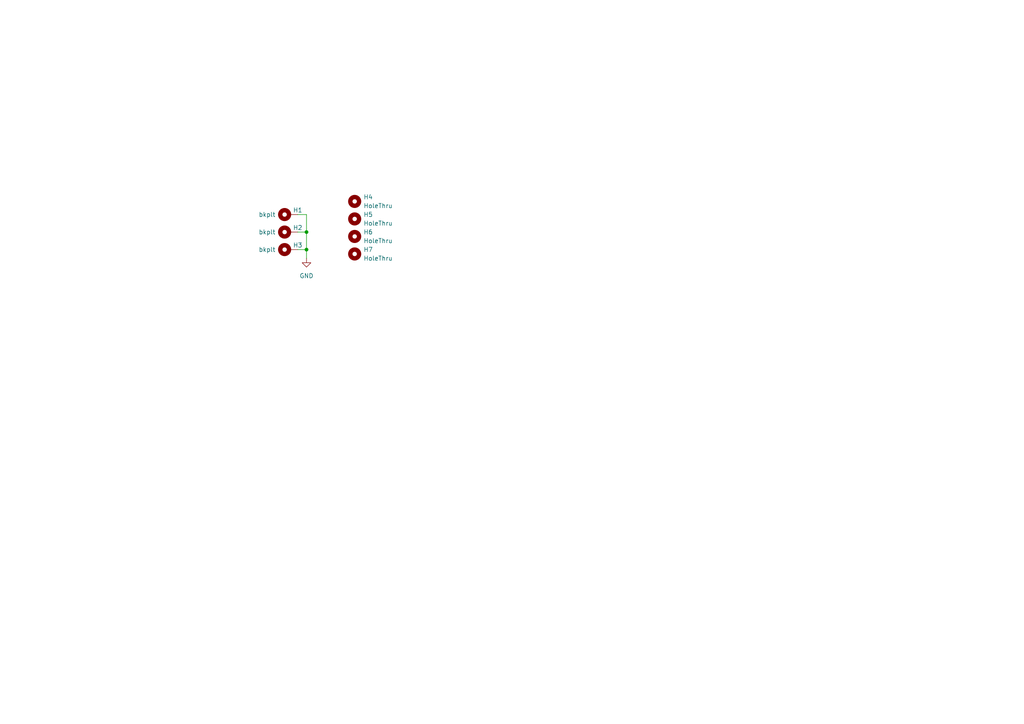
<source format=kicad_sch>
(kicad_sch (version 20211123) (generator eeschema)
  (paper "A4")
  (lib_symbols
    (symbol "Mechanical:MountingHole" (pin_names (offset 1.016))
      (property "Reference" "H" (at 0 5.08 0))
      (property "Value" "MountingHole" (at 0 3.175 0))
      (symbol "MountingHole_0_1"
        (circle (center 0 0) (radius 1.27) (stroke (width 1.27)))
      )
    )
    (symbol "Mechanical:MountingHole_Pad" (pin_numbers hide) (pin_names (offset 1.016) hide)
      (property "Reference" "H" (at 0 6.35 0))
      (property "Value" "MountingHole_Pad" (at 0 4.445 0))
      (symbol "MountingHole_Pad_0_1"
        (circle (center 0 1.27) (radius 1.27) (stroke (width 1.27)))
      )
      (symbol "MountingHole_Pad_1_1"
        (pin input line (at 0 -2.54 90) (length 2.54) (name "1") (number "1"))
      )
    )
    (symbol "power:GND" (power) (pin_names (offset 0))
      (property "Value" "GND" (at 0 -3.81 0))
      (symbol "GND_0_1"
        (polyline (pts (xy 0 0) (xy 0 -1.27) (xy 1.27 -1.27) (xy 0 -2.54) (xy -1.27 -1.27) (xy 0 -1.27)))
      )
      (symbol "GND_1_1"
        (pin power_in line (at 0 0 270) (length 0) hide (name "GND") (number "1"))
      )
    )
  )
  (junction (at 88.9 67.31))
  (junction (at 88.9 72.39))
  (wire (pts (xy 88.9 72.39) (xy 88.9 74.93)))
  (wire (pts (xy 88.9 62.23) (xy 88.9 67.31)))
  (wire (pts (xy 86.36 67.31) (xy 88.9 67.31)))
  (wire (pts (xy 86.36 62.23) (xy 88.9 62.23)))
  (wire (pts (xy 88.9 67.31) (xy 88.9 72.39)))
  (wire (pts (xy 86.36 72.39) (xy 88.9 72.39)))
  (symbol (lib_id "Mechanical:MountingHole") (at 102.87 58.42 0) (unit 1)
    (property "Reference" "H4" (at 105.41 57.1499 0) (effects (justify left)))
    (property "Value" "HoleThru" (at 105.41 59.6899 0) (effects (justify left)))
    (property "Footprint" "Holes:SquareHole_6.5mm" (effects hide))
  )
  (symbol (lib_id "Mechanical:MountingHole") (at 102.87 68.58 0) (unit 1)
    (property "Reference" "H6" (at 105.41 67.3099 0) (effects (justify left)))
    (property "Value" "HoleThru" (at 105.41 69.8499 0) (effects (justify left)))
    (property "Footprint" "Holes:SquareHole_6.5mm" (effects hide))
  )
  (symbol (lib_id "power:GND") (at 88.9 74.93 0) (unit 1)
    (property "Reference" "#PWR01" (effects hide))
    (property "Value" "GND" (at 88.9 80.01 0))
  )
  (symbol (lib_id "Mechanical:MountingHole") (at 102.87 73.66 0) (unit 1)
    (property "Reference" "H7" (at 105.41 72.3899 0) (effects (justify left)))
    (property "Value" "HoleThru" (at 105.41 74.9299 0) (effects (justify left)))
    (property "Footprint" "Holes:SquareHole_6.5mm" (effects hide))
  )
  (symbol (lib_id "Mechanical:MountingHole_Pad") (at 83.82 62.23 90) (unit 1)
    (property "Reference" "H1" (at 86.36 60.96 90))
    (property "Value" "bkplt" (at 77.47 62.23 90))
    (property "Footprint" "MountingHole:MountingHole_3.2mm_M3_DIN965_Pad" (effects hide))
  )
  (symbol (lib_id "Mechanical:MountingHole_Pad") (at 83.82 72.39 90) (unit 1)
    (property "Reference" "H3" (at 86.36 71.12 90))
    (property "Value" "bkplt" (at 77.47 72.39 90))
    (property "Footprint" "MountingHole:MountingHole_3.2mm_M3_DIN965_Pad" (effects hide))
  )
  (symbol (lib_id "Mechanical:MountingHole_Pad") (at 83.82 67.31 90) (unit 1)
    (property "Reference" "H2" (at 86.36 66.04 90))
    (property "Value" "bkplt" (at 77.47 67.31 90))
    (property "Footprint" "MountingHole:MountingHole_3.2mm_M3_DIN965_Pad" (effects hide))
  )
  (symbol (lib_id "Mechanical:MountingHole") (at 102.87 63.5 0) (unit 1)
    (property "Reference" "H5" (at 105.41 62.2299 0) (effects (justify left)))
    (property "Value" "HoleThru" (at 105.41 64.7699 0) (effects (justify left)))
    (property "Footprint" "Holes:SquareHole_6.5mm" (effects hide))
  )
)
</source>
